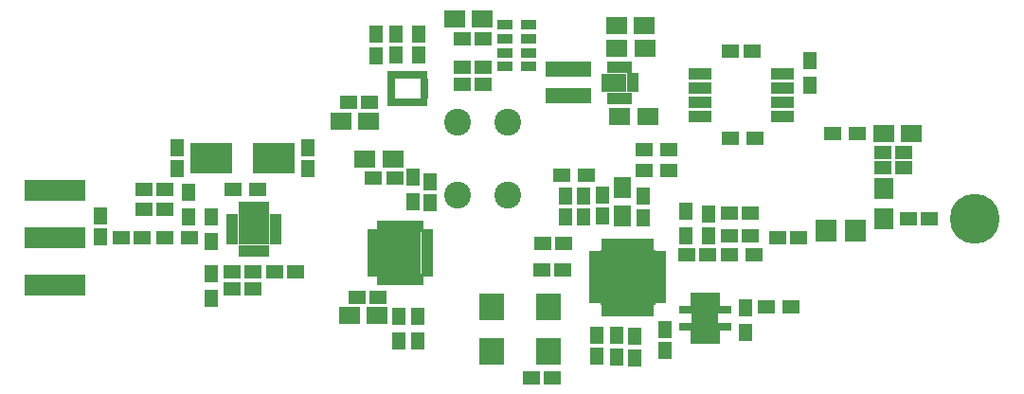
<source format=gbr>
G04 #@! TF.GenerationSoftware,KiCad,Pcbnew,(5.0.0-rc2-dev-311-g1dd4af297)*
G04 #@! TF.CreationDate,2018-03-29T11:26:03-07:00*
G04 #@! TF.ProjectId,Lupo_Testing,4C75706F5F54657374696E672E6B6963,rev?*
G04 #@! TF.SameCoordinates,Original*
G04 #@! TF.FileFunction,Soldermask,Top*
G04 #@! TF.FilePolarity,Negative*
%FSLAX46Y46*%
G04 Gerber Fmt 4.6, Leading zero omitted, Abs format (unit mm)*
G04 Created by KiCad (PCBNEW (5.0.0-rc2-dev-311-g1dd4af297)) date 03/29/18 11:26:03*
%MOMM*%
%LPD*%
G01*
G04 APERTURE LIST*
%ADD10R,0.650000X1.104800*%
%ADD11R,1.104800X0.650000*%
%ADD12R,5.000001X5.000001*%
%ADD13R,1.350000X0.950000*%
%ADD14R,1.900000X0.800000*%
%ADD15R,2.100000X1.050000*%
%ADD16R,2.289999X0.719999*%
%ADD17R,0.640000X0.999999*%
%ADD18R,0.999999X0.640000*%
%ADD19R,2.450000X2.450000*%
%ADD20R,1.250000X0.680000*%
%ADD21R,0.680000X1.250000*%
%ADD22R,0.630000X0.750000*%
%ADD23R,0.750000X0.630000*%
%ADD24R,1.650000X1.650000*%
%ADD25R,0.700000X1.130000*%
%ADD26R,1.130000X0.700000*%
%ADD27R,2.125000X2.125000*%
%ADD28R,0.650000X1.100000*%
%ADD29R,1.100000X0.650000*%
%ADD30R,1.150000X1.600000*%
%ADD31R,1.600000X1.150000*%
%ADD32R,1.900000X1.650000*%
%ADD33R,1.650000X1.900000*%
%ADD34R,5.480000X1.900000*%
%ADD35C,4.464000*%
%ADD36R,1.300000X1.600000*%
%ADD37R,1.600000X1.300000*%
%ADD38R,4.100000X1.380000*%
%ADD39R,1.700000X1.900000*%
%ADD40C,2.400000*%
%ADD41R,3.725000X2.800000*%
%ADD42R,2.200000X2.400000*%
G04 APERTURE END LIST*
D10*
X237140999Y-104425402D03*
X237641000Y-104425402D03*
X238140999Y-104425402D03*
X238641001Y-104425402D03*
X239141000Y-104425402D03*
X239640999Y-104425402D03*
X240141001Y-104425402D03*
X240641000Y-104425402D03*
X241141001Y-104425402D03*
D11*
X242093402Y-103473001D03*
X242093402Y-102973000D03*
X242093402Y-102473001D03*
X242093402Y-101972999D03*
X242093402Y-101473000D03*
X242093402Y-100973001D03*
X242093402Y-100472999D03*
X242093402Y-99973000D03*
X242093402Y-99472999D03*
D10*
X241141001Y-98520598D03*
X240641000Y-98520598D03*
X240141001Y-98520598D03*
X239640999Y-98520598D03*
X239141000Y-98520598D03*
X238641001Y-98520598D03*
X238140999Y-98520598D03*
X237641000Y-98520598D03*
X237140999Y-98520598D03*
D11*
X236188598Y-99472999D03*
X236188598Y-99973000D03*
X236188598Y-100472999D03*
X236188598Y-100973001D03*
X236188598Y-101473000D03*
X236188598Y-101972999D03*
X236188598Y-102473001D03*
X236188598Y-102973000D03*
X236188598Y-103473001D03*
D12*
X239141000Y-101473000D03*
D13*
X230310000Y-82647000D03*
X230310000Y-81397000D03*
X230310000Y-80147000D03*
X230310000Y-78897000D03*
X228160000Y-81397000D03*
X228160000Y-80147000D03*
X228160000Y-78897000D03*
X228160000Y-82647000D03*
D14*
X259521000Y-96632000D03*
X259521000Y-97282000D03*
X259521000Y-97932000D03*
X256861000Y-97932000D03*
X256861000Y-97282000D03*
X256861000Y-96632000D03*
D15*
X252951000Y-83312000D03*
X252951000Y-84582000D03*
X252951000Y-85852000D03*
X252951000Y-87122000D03*
X245651000Y-87122000D03*
X245651000Y-85852000D03*
X245651000Y-84582000D03*
X245651000Y-83312000D03*
D16*
X237871000Y-83584001D03*
X237871000Y-84074000D03*
X237871000Y-84563999D03*
D17*
X237675999Y-85474000D03*
X238176000Y-85474000D03*
X238676000Y-85474000D03*
X239176001Y-85474000D03*
D18*
X239576000Y-84573999D03*
X239576000Y-84074000D03*
X239576000Y-83574001D03*
D17*
X239176001Y-82674000D03*
X238676000Y-82674000D03*
X238176000Y-82674000D03*
X237675999Y-82674000D03*
D19*
X246073000Y-105140000D03*
D20*
X247798000Y-105890000D03*
D21*
X247073000Y-106865000D03*
X246573000Y-106865000D03*
X246073000Y-106865000D03*
X245573000Y-106865000D03*
X245073000Y-106865000D03*
D20*
X244348000Y-105890000D03*
X244348000Y-104390000D03*
D21*
X245073000Y-103415000D03*
X245573000Y-103415000D03*
X246073000Y-103415000D03*
X246573000Y-103415000D03*
X247073000Y-103415000D03*
D20*
X247798000Y-104390000D03*
D22*
X220961000Y-85807000D03*
X220531000Y-85807000D03*
X220101000Y-85807000D03*
X219671000Y-85807000D03*
X219241000Y-85807000D03*
X218811000Y-85807000D03*
X218381000Y-85807000D03*
X217951000Y-85807000D03*
X220961000Y-83357000D03*
X220531000Y-83357000D03*
X220101000Y-83357000D03*
X219671000Y-83357000D03*
X219241000Y-83357000D03*
X218811000Y-83357000D03*
X218381000Y-83357000D03*
D23*
X220931000Y-85227000D03*
X217981000Y-85227000D03*
X220931000Y-84797000D03*
X217981000Y-84797000D03*
X220931000Y-84367000D03*
X217981000Y-84367000D03*
X220931000Y-83937000D03*
X217981000Y-83937000D03*
D22*
X217951000Y-83357000D03*
D24*
X206365000Y-97780000D03*
X206365000Y-96530000D03*
X205115000Y-97780000D03*
X205115000Y-96530000D03*
D25*
X206740000Y-99120000D03*
X206240000Y-99120000D03*
X205740000Y-99120000D03*
X205240000Y-99120000D03*
X204740000Y-99120000D03*
D26*
X203775000Y-98155000D03*
X203775000Y-97655000D03*
X203775000Y-97155000D03*
X203775000Y-96655000D03*
X203775000Y-96155000D03*
D25*
X204740000Y-95190000D03*
X205240000Y-95190000D03*
X205740000Y-95190000D03*
X206240000Y-95190000D03*
X206740000Y-95190000D03*
D26*
X207705000Y-96155000D03*
X207705000Y-96655000D03*
X207705000Y-97155000D03*
X207705000Y-97655000D03*
X207705000Y-98155000D03*
D27*
X217932000Y-98425000D03*
X217932000Y-100150000D03*
X219657000Y-98425000D03*
X219657000Y-100150000D03*
D28*
X217044500Y-96887500D03*
X217544500Y-96887500D03*
X218044500Y-96887500D03*
X218544500Y-96887500D03*
X219044500Y-96887500D03*
X219544500Y-96887500D03*
X220044500Y-96887500D03*
X220544500Y-96887500D03*
D29*
X221194500Y-97537500D03*
X221194500Y-98037500D03*
X221194500Y-98537500D03*
X221194500Y-99037500D03*
X221194500Y-99537500D03*
X221194500Y-100037500D03*
X221194500Y-100537500D03*
X221194500Y-101037500D03*
D28*
X220544500Y-101687500D03*
X220044500Y-101687500D03*
X219544500Y-101687500D03*
X219044500Y-101687500D03*
X218544500Y-101687500D03*
X218044500Y-101687500D03*
X217544500Y-101687500D03*
X217044500Y-101687500D03*
D29*
X216394500Y-101037500D03*
X216394500Y-100537500D03*
X216394500Y-100037500D03*
X216394500Y-99537500D03*
X216394500Y-99037500D03*
X216394500Y-98537500D03*
X216394500Y-98037500D03*
X216394500Y-97537500D03*
D30*
X238125000Y-106685000D03*
X238125000Y-108585000D03*
X236347000Y-106619000D03*
X236347000Y-108519000D03*
X242443000Y-108011000D03*
X242443000Y-106111000D03*
X239776000Y-108646000D03*
X239776000Y-106746000D03*
D31*
X226248000Y-80137000D03*
X224348000Y-80137000D03*
X224348000Y-82677000D03*
X226248000Y-82677000D03*
D30*
X220472000Y-81595000D03*
X220472000Y-79695000D03*
D32*
X226167000Y-78359000D03*
X223667000Y-78359000D03*
D31*
X224348000Y-84201000D03*
X226248000Y-84201000D03*
D30*
X218440000Y-79695000D03*
X218440000Y-81595000D03*
D31*
X203774000Y-102489000D03*
X205674000Y-102489000D03*
X207584000Y-100965000D03*
X209484000Y-100965000D03*
X205674000Y-100965000D03*
X203774000Y-100965000D03*
X216088000Y-85852000D03*
X214188000Y-85852000D03*
X231460000Y-100838000D03*
X233360000Y-100838000D03*
D32*
X213507000Y-87503000D03*
X216007000Y-87503000D03*
D30*
X235204000Y-94173000D03*
X235204000Y-96073000D03*
X236855000Y-94112000D03*
X236855000Y-96012000D03*
D31*
X197800000Y-93599000D03*
X195900000Y-93599000D03*
D30*
X216662000Y-79761000D03*
X216662000Y-81661000D03*
X233553000Y-96073000D03*
X233553000Y-94173000D03*
X210566000Y-91755000D03*
X210566000Y-89855000D03*
D33*
X238633000Y-93472000D03*
X238633000Y-95972000D03*
D31*
X195900000Y-95377000D03*
X197800000Y-95377000D03*
D30*
X198882000Y-91755000D03*
X198882000Y-89855000D03*
D31*
X233421000Y-98425000D03*
X231521000Y-98425000D03*
D30*
X240538000Y-96134000D03*
X240538000Y-94234000D03*
D31*
X193868000Y-97917000D03*
X195768000Y-97917000D03*
D32*
X240919000Y-87122000D03*
X238419000Y-87122000D03*
D30*
X192024000Y-97851000D03*
X192024000Y-95951000D03*
D31*
X252542000Y-97917000D03*
X254442000Y-97917000D03*
D32*
X264521000Y-88646000D03*
X262021000Y-88646000D03*
D31*
X266126000Y-96266000D03*
X264226000Y-96266000D03*
X263840000Y-90297000D03*
X261940000Y-90297000D03*
X250251000Y-81280000D03*
X248351000Y-81280000D03*
D32*
X240665000Y-81026000D03*
X238165000Y-81026000D03*
D31*
X263840000Y-91694000D03*
X261940000Y-91694000D03*
D32*
X238145000Y-78994000D03*
X240645000Y-78994000D03*
D30*
X221488000Y-94803000D03*
X221488000Y-92903000D03*
D32*
X216769000Y-104902000D03*
X214269000Y-104902000D03*
D31*
X214950000Y-103251000D03*
X216850000Y-103251000D03*
X218308000Y-92583000D03*
X216408000Y-92583000D03*
D32*
X215666000Y-90932000D03*
X218166000Y-90932000D03*
D31*
X244414000Y-99441000D03*
X246314000Y-99441000D03*
D30*
X246380000Y-95824000D03*
X246380000Y-97724000D03*
D31*
X248224000Y-97790000D03*
X250124000Y-97790000D03*
X250124000Y-95758000D03*
X248224000Y-95758000D03*
X232410000Y-110490000D03*
X230510000Y-110490000D03*
D34*
X187960000Y-97917000D03*
X187960000Y-102167000D03*
X187960000Y-93667000D03*
D35*
X270129000Y-96266000D03*
D36*
X201930000Y-98255000D03*
X201930000Y-96055000D03*
X199898000Y-93853000D03*
X199898000Y-96053000D03*
D37*
X197782000Y-97917000D03*
X199982000Y-97917000D03*
D38*
X233807000Y-82889000D03*
X233807000Y-85259000D03*
D39*
X262001000Y-96219000D03*
X262001000Y-93519000D03*
D36*
X244348000Y-95590000D03*
X244348000Y-97790000D03*
X201930000Y-103335000D03*
X201930000Y-101135000D03*
D37*
X240624000Y-91948000D03*
X242824000Y-91948000D03*
X251503000Y-104140000D03*
X253703000Y-104140000D03*
X242824000Y-90043000D03*
X240624000Y-90043000D03*
D36*
X249682000Y-104183000D03*
X249682000Y-106383000D03*
D37*
X206078000Y-93599000D03*
X203878000Y-93599000D03*
X235415000Y-92329000D03*
X233215000Y-92329000D03*
X248328000Y-89027000D03*
X250528000Y-89027000D03*
X259672000Y-88646000D03*
X257472000Y-88646000D03*
D36*
X255397000Y-84285000D03*
X255397000Y-82085000D03*
X218694000Y-107145000D03*
X218694000Y-104945000D03*
X220345000Y-104945000D03*
X220345000Y-107145000D03*
X219964000Y-94742000D03*
X219964000Y-92542000D03*
D37*
X248201000Y-99441000D03*
X250401000Y-99441000D03*
D40*
X223901000Y-87607000D03*
X228401000Y-87607000D03*
X223901000Y-94107000D03*
X228401000Y-94107000D03*
D41*
X201961500Y-90805000D03*
X207486500Y-90805000D03*
D42*
X226949000Y-104077000D03*
X232029000Y-104077000D03*
X232029000Y-108077000D03*
X226949000Y-108077000D03*
M02*

</source>
